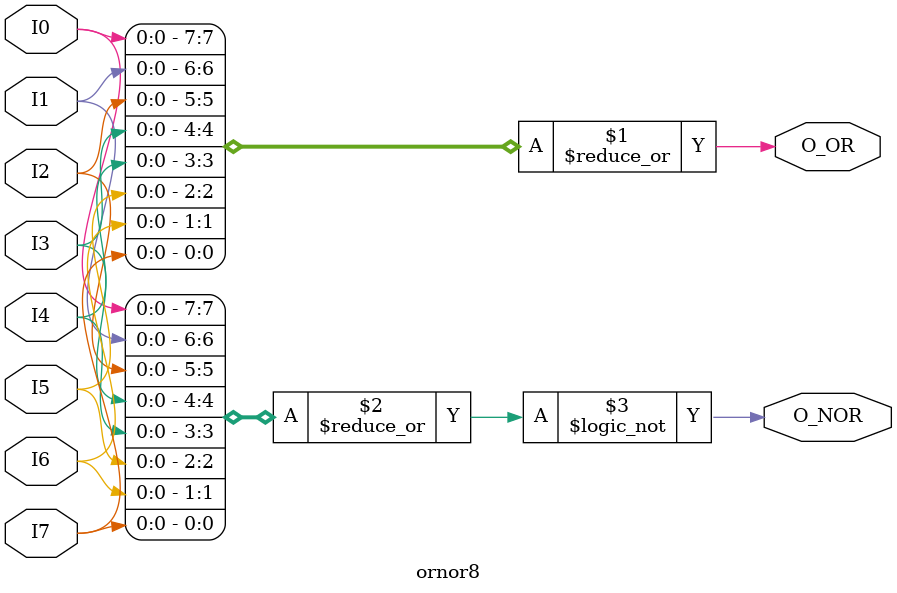
<source format=v>
module ornor8(output wire O_OR, output wire O_NOR,
	      input wire I0, I1, I2, I3, I4, I5, I6, I7);

   assign O_OR  =  | {I0, I1, I2, I3, I4, I5, I6, I7};
   assign O_NOR = ~| {I0, I1, I2, I3, I4, I5, I6, I7};

endmodule

</source>
